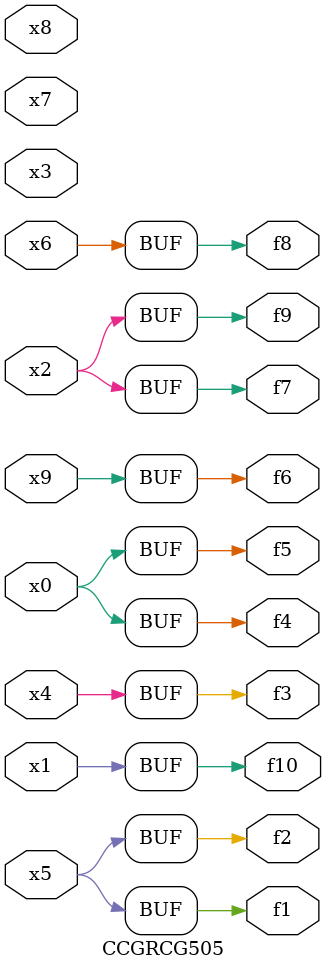
<source format=v>
module CCGRCG505(
	input x0, x1, x2, x3, x4, x5, x6, x7, x8, x9,
	output f1, f2, f3, f4, f5, f6, f7, f8, f9, f10
);
	assign f1 = x5;
	assign f2 = x5;
	assign f3 = x4;
	assign f4 = x0;
	assign f5 = x0;
	assign f6 = x9;
	assign f7 = x2;
	assign f8 = x6;
	assign f9 = x2;
	assign f10 = x1;
endmodule

</source>
